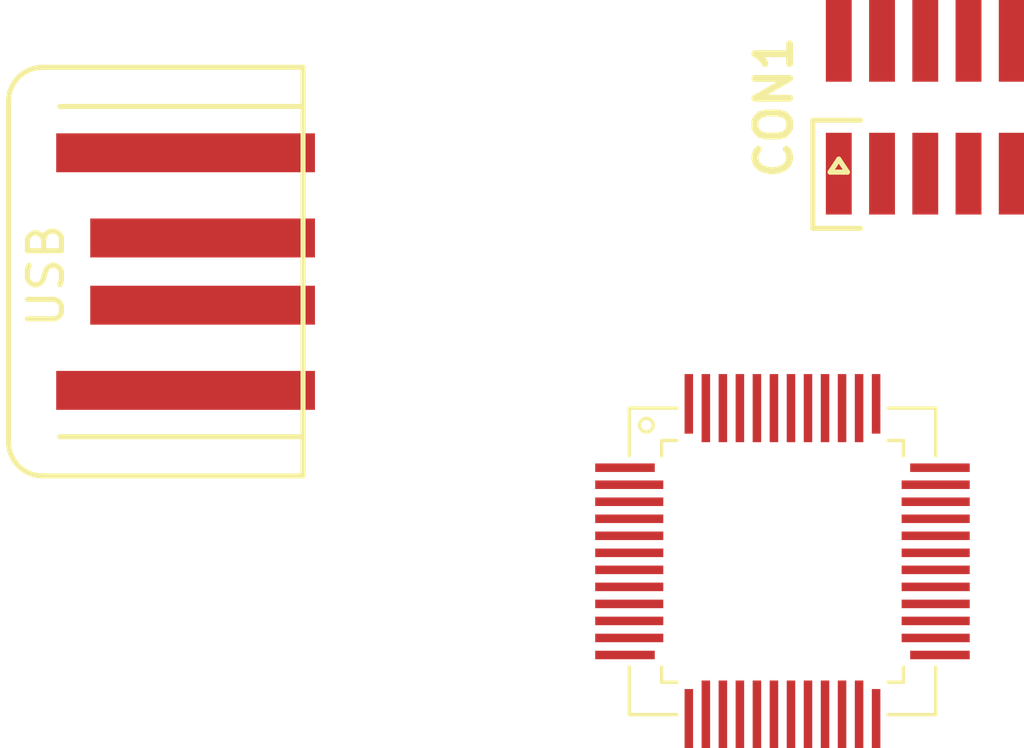
<source format=kicad_pcb>
(kicad_pcb (version 3) (host pcbnew "(2013-07-07 BZR 4022)-stable")

  (general
    (links 10)
    (no_connects 10)
    (area 114.0926 84.807778 162.676657 115.278362)
    (thickness 1.6)
    (drawings 0)
    (tracks 0)
    (zones 0)
    (modules 3)
    (nets 13)
  )

  (page A3)
  (layers
    (15 F.Cu signal)
    (0 B.Cu signal)
    (16 B.Adhes user)
    (17 F.Adhes user)
    (18 B.Paste user)
    (19 F.Paste user)
    (20 B.SilkS user)
    (21 F.SilkS user)
    (22 B.Mask user)
    (23 F.Mask user)
    (24 Dwgs.User user)
    (25 Cmts.User user)
    (26 Eco1.User user)
    (27 Eco2.User user)
    (28 Edge.Cuts user)
  )

  (setup
    (last_trace_width 0.1524)
    (user_trace_width 0.1524)
    (user_trace_width 0.1778)
    (user_trace_width 0.254)
    (user_trace_width 0.508)
    (user_trace_width 0.762)
    (user_trace_width 1.016)
    (user_trace_width 1.27)
    (user_trace_width 1.524)
    (user_trace_width 1.778)
    (user_trace_width 2.032)
    (user_trace_width 2.286)
    (user_trace_width 2.54)
    (trace_clearance 0.1524)
    (zone_clearance 0.508)
    (zone_45_only no)
    (trace_min 0.1524)
    (segment_width 0.1)
    (edge_width 0.1)
    (via_size 0.6858)
    (via_drill 0.3302)
    (via_min_size 0.6858)
    (via_min_drill 0.3302)
    (user_via 0.6858 0.3302)
    (user_via 0.889 0.635)
    (uvia_size 0.508)
    (uvia_drill 0.127)
    (uvias_allowed no)
    (uvia_min_size 0.508)
    (uvia_min_drill 0.127)
    (pcb_text_width 0.3)
    (pcb_text_size 1.5 1.5)
    (mod_edge_width 0.1)
    (mod_text_size 1 1)
    (mod_text_width 0.15)
    (pad_size 1.75 0.25)
    (pad_drill 0)
    (pad_to_mask_clearance 0)
    (aux_axis_origin 0 0)
    (visible_elements 7FFFFFFF)
    (pcbplotparams
      (layerselection 3178497)
      (usegerberextensions true)
      (excludeedgelayer true)
      (linewidth 0.150000)
      (plotframeref false)
      (viasonmask false)
      (mode 1)
      (useauxorigin false)
      (hpglpennumber 1)
      (hpglpenspeed 20)
      (hpglpendiameter 15)
      (hpglpenoverlay 2)
      (psnegative false)
      (psa4output false)
      (plotreference true)
      (plotvalue true)
      (plotothertext true)
      (plotinvisibletext false)
      (padsonsilk false)
      (subtractmaskfromsilk false)
      (outputformat 1)
      (mirror false)
      (drillshape 1)
      (scaleselection 1)
      (outputdirectory ""))
  )

  (net 0 "")
  (net 1 /lpc-mcu/SWCLK)
  (net 2 /lpc-mcu/SWDIO)
  (net 3 /lpc-mcu/SWO)
  (net 4 /lpc-mcu/nRESET)
  (net 5 /usb/DM)
  (net 6 /usb/DP)
  (net 7 3V3)
  (net 8 GND)
  (net 9 LPC_USB_DM)
  (net 10 LPC_USB_DP)
  (net 11 N-0000011)
  (net 12 VUSB)

  (net_class Default "This is the default net class."
    (clearance 0.1524)
    (trace_width 0.1524)
    (via_dia 0.6858)
    (via_drill 0.3302)
    (uvia_dia 0.508)
    (uvia_drill 0.127)
    (add_net "")
    (add_net /lpc-mcu/SWCLK)
    (add_net /lpc-mcu/SWDIO)
    (add_net /lpc-mcu/SWO)
    (add_net /lpc-mcu/nRESET)
    (add_net /usb/DM)
    (add_net /usb/DP)
    (add_net 3V3)
    (add_net GND)
    (add_net LPC_USB_DM)
    (add_net LPC_USB_DP)
    (add_net N-0000011)
    (add_net VUSB)
  )

  (module pin_array_5x2_50mil_smd (layer F.Cu) (tedit 546D2FDE) (tstamp 549E9917)
    (at 142.494 92.964)
    (descr "Double rangee de contacts 2 x 4 pins")
    (tags CONN)
    (path /549D4C68/549D5A39)
    (fp_text reference CON1 (at -4.445 0 90) (layer F.SilkS)
      (effects (font (size 1.016 1.016) (thickness 0.2032)))
    )
    (fp_text value ARM-SWD-HEADER (at 4.318 0 90) (layer F.SilkS) hide
      (effects (font (size 1.016 1.016) (thickness 0.2032)))
    )
    (fp_line (start -1.905 0.381) (end -3.302 0.381) (layer F.SilkS) (width 0.15))
    (fp_line (start -3.302 0.381) (end -3.302 3.556) (layer F.SilkS) (width 0.15))
    (fp_line (start -3.302 3.556) (end -1.905 3.556) (layer F.SilkS) (width 0.15))
    (fp_line (start -2.54 1.524) (end -2.794 1.905) (layer F.SilkS) (width 0.15))
    (fp_line (start -2.794 1.905) (end -2.413 1.905) (layer F.SilkS) (width 0.15))
    (fp_line (start -2.413 1.905) (end -2.286 1.905) (layer F.SilkS) (width 0.15))
    (fp_line (start -2.286 1.905) (end -2.54 1.524) (layer F.SilkS) (width 0.15))
    (pad 10 smd rect (at 2.54 -1.95) (size 0.76 2.4)
      (layers F.Cu F.Paste F.Mask)
      (net 4 /lpc-mcu/nRESET)
    )
    (pad 9 smd rect (at 2.54 1.95) (size 0.76 2.4)
      (layers F.Cu F.Paste F.Mask)
      (net 8 GND)
    )
    (pad 8 smd rect (at 1.27 -1.95) (size 0.76 2.4)
      (layers F.Cu F.Paste F.Mask)
    )
    (pad 7 smd rect (at 1.27 1.95) (size 0.76 2.4)
      (layers F.Cu F.Paste F.Mask)
    )
    (pad 1 smd rect (at -2.54 1.95) (size 0.76 2.4)
      (layers F.Cu F.Paste F.Mask)
      (net 11 N-0000011)
    )
    (pad 2 smd rect (at -2.54 -1.95) (size 0.76 2.4)
      (layers F.Cu F.Paste F.Mask)
      (net 2 /lpc-mcu/SWDIO)
    )
    (pad 3 smd rect (at -1.27 1.95) (size 0.76 2.4)
      (layers F.Cu F.Paste F.Mask)
      (net 8 GND)
    )
    (pad 4 smd rect (at -1.27 -1.95) (size 0.76 2.4)
      (layers F.Cu F.Paste F.Mask)
      (net 1 /lpc-mcu/SWCLK)
    )
    (pad 5 smd rect (at 0 1.95) (size 0.76 2.4)
      (layers F.Cu F.Paste F.Mask)
      (net 8 GND)
    )
    (pad 6 smd rect (at 0 -1.95) (size 0.76 2.4)
      (layers F.Cu F.Paste F.Mask)
      (net 3 /lpc-mcu/SWO)
    )
    (model pin_array/pins_array_3x2.wrl
      (at (xyz 0 0 0))
      (scale (xyz 1 1 1))
      (rotate (xyz 0 0 0))
    )
  )

  (module USB_A_PCB (layer F.Cu) (tedit 549DEC4C) (tstamp 549DEB71)
    (at 115.57 97.79 270)
    (path /549D4C81/549D55CB)
    (fp_text reference P1 (at 0.05 0.75 270) (layer F.SilkS) hide
      (effects (font (size 1 1) (thickness 0.15)))
    )
    (fp_text value USB (at 0.125 -1.1 270) (layer F.SilkS)
      (effects (font (size 1 1) (thickness 0.15)))
    )
    (fp_line (start -6 -8.65) (end -6 -1) (layer F.SilkS) (width 0.15))
    (fp_line (start 6 -1) (end 6 -8.65) (layer F.SilkS) (width 0.15))
    (fp_line (start -5 0) (end 5 0) (layer F.SilkS) (width 0.15))
    (fp_arc (start 5 -1) (end 6 -1) (angle 90) (layer F.SilkS) (width 0.15))
    (fp_arc (start -5 -1) (end -5 0) (angle 90) (layer F.SilkS) (width 0.15))
    (fp_line (start -4.85 -8.65) (end -4.85 -1.5) (layer F.SilkS) (width 0.15))
    (fp_line (start 4.85 -1.5) (end 4.85 -8.65) (layer F.SilkS) (width 0.15))
    (fp_line (start 6 -8.65) (end -6 -8.65) (layer F.SilkS) (width 0.15))
    (pad 4 smd rect (at -3.48869 -5.2 270) (size 1.143 7.6)
      (layers F.Cu F.Paste F.Mask)
      (net 8 GND)
    )
    (pad 3 smd rect (at -0.98679 -5.7 270) (size 1.143 6.6)
      (layers F.Cu F.Paste F.Mask)
      (net 6 /usb/DP)
    )
    (pad 2 smd rect (at 0.98679 -5.7 270) (size 1.143 6.6)
      (layers F.Cu F.Paste F.Mask)
      (net 5 /usb/DM)
    )
    (pad 1 smd rect (at 3.48869 -5.2 270) (size 1.143 7.6)
      (layers F.Cu F.Paste F.Mask)
      (net 12 VUSB)
    )
  )

  (module NXP_LQFP48_BY_HAND (layer F.Cu) (tedit 549E6205) (tstamp 549E6725)
    (at 138.3 106.3)
    (descr "Hand-solderable footprint for NXP LPC11Uxx LQFP48 - by Phillip Pearson, based on LPC11u1x datasheet")
    (path /549D4C68/549D53F4)
    (clearance 0.1778)
    (attr smd)
    (fp_text reference IC1 (at 0 -0.381) (layer Cmts.User)
      (effects (font (size 0.508 0.508) (thickness 0.1016)))
    )
    (fp_text value LPC11U14FBD48 (at 0 0.381) (layer Cmts.User) hide
      (effects (font (size 0.508 0.508) (thickness 0.1016)))
    )
    (fp_line (start 3.1 3.55) (end 3.55 3.55) (layer F.SilkS) (width 0.1))
    (fp_line (start 3.55 3.55) (end 3.55 3.1) (layer F.SilkS) (width 0.1))
    (fp_line (start -3.55 3.1) (end -3.55 3.55) (layer F.SilkS) (width 0.1))
    (fp_line (start -3.55 3.55) (end -3.1 3.55) (layer F.SilkS) (width 0.1))
    (fp_line (start -3.1 -3.55) (end -3.55 -3.55) (layer F.SilkS) (width 0.1))
    (fp_line (start -3.55 -3.55) (end -3.55 -3.1) (layer F.SilkS) (width 0.1))
    (fp_line (start 3.1 -3.55) (end 3.55 -3.55) (layer F.SilkS) (width 0.1))
    (fp_line (start 3.55 -3.55) (end 3.55 -3.1) (layer F.SilkS) (width 0.1))
    (fp_line (start -4.5 -3.1) (end -4.5 -4.5) (layer F.SilkS) (width 0.1))
    (fp_line (start -4.5 -4.5) (end -3.1 -4.5) (layer F.SilkS) (width 0.1))
    (fp_line (start -3.1 4.5) (end -4.5 4.5) (layer F.SilkS) (width 0.1))
    (fp_line (start -4.5 4.5) (end -4.5 3.1) (layer F.SilkS) (width 0.1))
    (fp_line (start 4.5 3.1) (end 4.5 4.5) (layer F.SilkS) (width 0.1))
    (fp_line (start 4.5 4.5) (end 3.1 4.5) (layer F.SilkS) (width 0.1))
    (fp_line (start 3.1 -4.5) (end 4.5 -4.5) (layer F.SilkS) (width 0.1))
    (fp_line (start 4.5 -4.5) (end 4.5 -3.1) (layer F.SilkS) (width 0.1))
    (fp_circle (center -3.99796 -3.99796) (end -3.99796 -4.19862) (layer F.SilkS) (width 0.09906))
    (pad 12 smd rect (at -4.625 2.75) (size 1.75 0.25)
      (layers F.Cu F.Paste F.Mask)
    )
    (pad 11 smd rect (at -4.5 2.25) (size 2 0.25)
      (layers F.Cu F.Paste F.Mask)
    )
    (pad 10 smd rect (at -4.5 1.75) (size 2 0.25)
      (layers F.Cu F.Paste F.Mask)
    )
    (pad 9 smd rect (at -4.5 1.25) (size 2 0.25)
      (layers F.Cu F.Paste F.Mask)
    )
    (pad 8 smd rect (at -4.5 0.75) (size 2 0.25)
      (layers F.Cu F.Paste F.Mask)
      (net 7 3V3)
    )
    (pad 7 smd rect (at -4.5 0.25) (size 2 0.25)
      (layers F.Cu F.Paste F.Mask)
    )
    (pad 6 smd rect (at -4.5 -0.25) (size 2 0.25)
      (layers F.Cu F.Paste F.Mask)
    )
    (pad 5 smd rect (at -4.5 -0.75) (size 2 0.25)
      (layers F.Cu F.Paste F.Mask)
      (net 8 GND)
    )
    (pad 4 smd rect (at -4.5 -1.25) (size 2 0.25)
      (layers F.Cu F.Paste F.Mask)
    )
    (pad 3 smd rect (at -4.5 -1.75) (size 2 0.25)
      (layers F.Cu F.Paste F.Mask)
      (net 4 /lpc-mcu/nRESET)
    )
    (pad 2 smd rect (at -4.5 -2.25) (size 2 0.25)
      (layers F.Cu F.Paste F.Mask)
    )
    (pad 1 smd rect (at -4.625 -2.75) (size 1.75 0.25)
      (layers F.Cu F.Paste F.Mask)
    )
    (pad 48 smd rect (at -2.75 -4.625) (size 0.25 1.75)
      (layers F.Cu F.Paste F.Mask)
    )
    (pad 47 smd rect (at -2.25 -4.5) (size 0.25 2)
      (layers F.Cu F.Paste F.Mask)
    )
    (pad 46 smd rect (at -1.75 -4.5) (size 0.25 2)
      (layers F.Cu F.Paste F.Mask)
    )
    (pad 45 smd rect (at -1.25 -4.5) (size 0.25 2)
      (layers F.Cu F.Paste F.Mask)
    )
    (pad 44 smd rect (at -0.75 -4.5) (size 0.25 2)
      (layers F.Cu F.Paste F.Mask)
      (net 7 3V3)
    )
    (pad 43 smd rect (at -0.25 -4.5) (size 0.25 2)
      (layers F.Cu F.Paste F.Mask)
    )
    (pad 42 smd rect (at 0.25 -4.5) (size 0.25 2)
      (layers F.Cu F.Paste F.Mask)
    )
    (pad 41 smd rect (at 0.75 -4.5) (size 0.25 2)
      (layers F.Cu F.Paste F.Mask)
      (net 8 GND)
    )
    (pad 40 smd rect (at 1.25 -4.5) (size 0.25 2)
      (layers F.Cu F.Paste F.Mask)
    )
    (pad 39 smd rect (at 1.75 -4.5) (size 0.25 2)
      (layers F.Cu F.Paste F.Mask)
      (net 2 /lpc-mcu/SWDIO)
    )
    (pad 38 smd rect (at 2.25 -4.5) (size 0.25 2)
      (layers F.Cu F.Paste F.Mask)
    )
    (pad 37 smd rect (at 2.75 -4.625) (size 0.25 1.75)
      (layers F.Cu F.Paste F.Mask)
    )
    (pad 25 smd rect (at 4.625 2.75) (size 1.75 0.25)
      (layers F.Cu F.Paste F.Mask)
    )
    (pad 26 smd rect (at 4.5 2.25) (size 2 0.25)
      (layers F.Cu F.Paste F.Mask)
    )
    (pad 27 smd rect (at 4.5 1.75) (size 2 0.25)
      (layers F.Cu F.Paste F.Mask)
    )
    (pad 28 smd rect (at 4.5 1.25) (size 2 0.25)
      (layers F.Cu F.Paste F.Mask)
    )
    (pad 29 smd rect (at 4.5 0.75) (size 2 0.25)
      (layers F.Cu F.Paste F.Mask)
      (net 1 /lpc-mcu/SWCLK)
    )
    (pad 30 smd rect (at 4.5 0.25) (size 2 0.25)
      (layers F.Cu F.Paste F.Mask)
    )
    (pad 31 smd rect (at 4.5 -0.25) (size 2 0.25)
      (layers F.Cu F.Paste F.Mask)
    )
    (pad 32 smd rect (at 4.5 -0.75) (size 2 0.25)
      (layers F.Cu F.Paste F.Mask)
    )
    (pad 33 smd rect (at 4.5 -1.25) (size 2 0.25)
      (layers F.Cu F.Paste F.Mask)
    )
    (pad 34 smd rect (at 4.5 -1.75) (size 2 0.25)
      (layers F.Cu F.Paste F.Mask)
      (net 3 /lpc-mcu/SWO)
    )
    (pad 35 smd rect (at 4.5 -2.25) (size 2 0.25)
      (layers F.Cu F.Paste F.Mask)
    )
    (pad 36 smd rect (at 4.625 -2.75) (size 1.75 0.25)
      (layers F.Cu F.Paste F.Mask)
    )
    (pad 13 smd rect (at -2.75 4.625) (size 0.25 1.75)
      (layers F.Cu F.Paste F.Mask)
    )
    (pad 14 smd rect (at -2.25 4.5) (size 0.25 2)
      (layers F.Cu F.Paste F.Mask)
    )
    (pad 15 smd rect (at -1.75 4.5) (size 0.25 2)
      (layers F.Cu F.Paste F.Mask)
    )
    (pad 16 smd rect (at -1.25 4.5) (size 0.25 2)
      (layers F.Cu F.Paste F.Mask)
    )
    (pad 17 smd rect (at -0.75 4.5) (size 0.25 2)
      (layers F.Cu F.Paste F.Mask)
    )
    (pad 18 smd rect (at -0.25 4.5) (size 0.25 2)
      (layers F.Cu F.Paste F.Mask)
    )
    (pad 19 smd rect (at 0.25 4.5) (size 0.25 2)
      (layers F.Cu F.Paste F.Mask)
      (net 9 LPC_USB_DM)
    )
    (pad 20 smd rect (at 0.75 4.5) (size 0.25 2)
      (layers F.Cu F.Paste F.Mask)
      (net 10 LPC_USB_DP)
    )
    (pad 21 smd rect (at 1.25 4.5) (size 0.25 2)
      (layers F.Cu F.Paste F.Mask)
    )
    (pad 22 smd rect (at 1.75 4.5) (size 0.25 2)
      (layers F.Cu F.Paste F.Mask)
    )
    (pad 23 smd rect (at 2.25 4.5) (size 0.25 2)
      (layers F.Cu F.Paste F.Mask)
    )
    (pad 24 smd rect (at 2.75 4.625) (size 0.25 1.75)
      (layers F.Cu F.Paste F.Mask)
    )
  )

)

</source>
